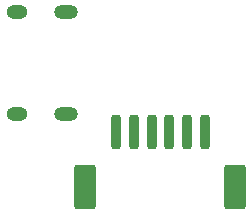
<source format=gbr>
%TF.GenerationSoftware,KiCad,Pcbnew,8.0.7*%
%TF.CreationDate,2025-01-11T23:39:27+09:00*%
%TF.ProjectId,epaper-smart-watch,65706170-6572-42d7-936d-6172742d7761,rev?*%
%TF.SameCoordinates,Original*%
%TF.FileFunction,Paste,Bot*%
%TF.FilePolarity,Positive*%
%FSLAX46Y46*%
G04 Gerber Fmt 4.6, Leading zero omitted, Abs format (unit mm)*
G04 Created by KiCad (PCBNEW 8.0.7) date 2025-01-11 23:39:27*
%MOMM*%
%LPD*%
G01*
G04 APERTURE LIST*
G04 Aperture macros list*
%AMRoundRect*
0 Rectangle with rounded corners*
0 $1 Rounding radius*
0 $2 $3 $4 $5 $6 $7 $8 $9 X,Y pos of 4 corners*
0 Add a 4 corners polygon primitive as box body*
4,1,4,$2,$3,$4,$5,$6,$7,$8,$9,$2,$3,0*
0 Add four circle primitives for the rounded corners*
1,1,$1+$1,$2,$3*
1,1,$1+$1,$4,$5*
1,1,$1+$1,$6,$7*
1,1,$1+$1,$8,$9*
0 Add four rect primitives between the rounded corners*
20,1,$1+$1,$2,$3,$4,$5,0*
20,1,$1+$1,$4,$5,$6,$7,0*
20,1,$1+$1,$6,$7,$8,$9,0*
20,1,$1+$1,$8,$9,$2,$3,0*%
G04 Aperture macros list end*
%ADD10O,2.000000X1.200000*%
%ADD11O,1.800000X1.200000*%
%ADD12RoundRect,0.200000X0.200000X1.250000X-0.200000X1.250000X-0.200000X-1.250000X0.200000X-1.250000X0*%
%ADD13RoundRect,0.250000X0.650000X1.650000X-0.650000X1.650000X-0.650000X-1.650000X0.650000X-1.650000X0*%
G04 APERTURE END LIST*
D10*
%TO.C,P1*%
X135551000Y-91680000D03*
X135551000Y-100320000D03*
D11*
X131371000Y-91680000D03*
X131371000Y-100320000D03*
%TD*%
D12*
%TO.C,SWD1*%
X147300000Y-101800000D03*
X145800000Y-101800000D03*
X144300000Y-101800000D03*
X142800000Y-101800000D03*
X141300000Y-101800000D03*
X139800000Y-101800000D03*
D13*
X149900000Y-106500000D03*
X137200000Y-106500000D03*
%TD*%
M02*

</source>
